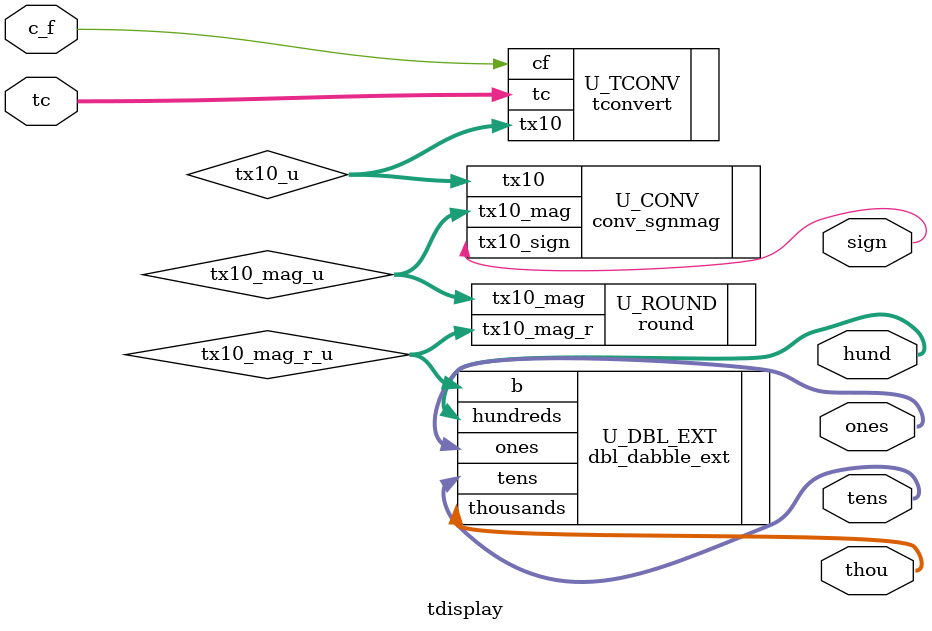
<source format=sv>
`timescale 1ns / 1ps
 

module tdisplay(
    input logic signed [12:0] tc,
    input logic c_f,
    output logic sign,
    output logic [3:0] ones, tens, hund, thou
    );
// Instantiate all the modules 
    logic signed [17:0] tx10_u; 
    logic unsigned [16:0] tx10_mag_u;
    logic unsigned [12:0] tx10_mag_r_u;

tconvert U_TCONV(.tc, .cf(c_f), .tx10(tx10_u));
conv_sgnmag U_CONV(.tx10(tx10_u), .tx10_sign(sign), .tx10_mag(tx10_mag_u));
round U_ROUND(.tx10_mag(tx10_mag_u), .tx10_mag_r(tx10_mag_r_u));
dbl_dabble_ext U_DBL_EXT(.b(tx10_mag_r_u),.ones,.tens,.hundreds(hund),.thousands(thou));
    

endmodule

</source>
